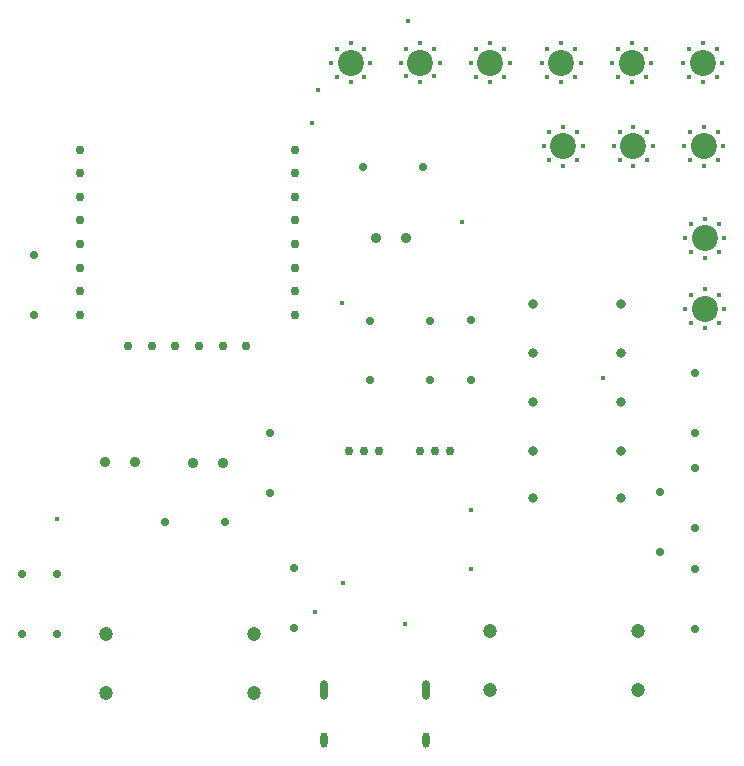
<source format=gbr>
%TF.GenerationSoftware,KiCad,Pcbnew,7.0.9*%
%TF.CreationDate,2024-01-07T00:29:16+01:00*%
%TF.ProjectId,esp32_programmer,65737033-325f-4707-926f-6772616d6d65,rev?*%
%TF.SameCoordinates,Original*%
%TF.FileFunction,Plated,1,2,PTH,Mixed*%
%TF.FilePolarity,Positive*%
%FSLAX46Y46*%
G04 Gerber Fmt 4.6, Leading zero omitted, Abs format (unit mm)*
G04 Created by KiCad (PCBNEW 7.0.9) date 2024-01-07 00:29:16*
%MOMM*%
%LPD*%
G01*
G04 APERTURE LIST*
%TA.AperFunction,ViaDrill*%
%ADD10C,0.400000*%
%TD*%
%TA.AperFunction,ComponentDrill*%
%ADD11C,0.400000*%
%TD*%
G04 aperture for slot hole*
%TA.AperFunction,ComponentDrill*%
%ADD12O,0.600000X1.700000*%
%TD*%
G04 aperture for slot hole*
%TA.AperFunction,ComponentDrill*%
%ADD13O,0.600000X1.300000*%
%TD*%
%TA.AperFunction,ComponentDrill*%
%ADD14C,0.700000*%
%TD*%
%TA.AperFunction,ComponentDrill*%
%ADD15C,0.750000*%
%TD*%
%TA.AperFunction,ComponentDrill*%
%ADD16C,0.762000*%
%TD*%
%TA.AperFunction,ComponentDrill*%
%ADD17C,0.800000*%
%TD*%
%TA.AperFunction,ComponentDrill*%
%ADD18C,0.900000*%
%TD*%
%TA.AperFunction,ComponentDrill*%
%ADD19C,1.200000*%
%TD*%
%TA.AperFunction,ComponentDrill*%
%ADD20C,2.200000*%
%TD*%
G04 APERTURE END LIST*
D10*
X94996000Y-126746000D03*
X116586000Y-93218000D03*
X116840000Y-134620000D03*
X117094000Y-90424000D03*
X119126000Y-108500000D03*
X119230658Y-132218518D03*
X124460000Y-135636000D03*
X124714000Y-84582000D03*
X129286000Y-101600000D03*
X130000000Y-126000000D03*
X130000000Y-131000000D03*
X141224000Y-114808000D03*
D11*
%TO.C,PIN2*%
X118183274Y-88166726D03*
X118666548Y-87000000D03*
X118666548Y-89333452D03*
X119833274Y-86516726D03*
X119833274Y-89816726D03*
X121000000Y-87000000D03*
X121000000Y-89333452D03*
X121483274Y-88166726D03*
%TO.C,PIN0*%
X124080000Y-88138000D03*
X124563274Y-86971274D03*
X124563274Y-89304726D03*
X125730000Y-86488000D03*
X125730000Y-89788000D03*
X126896726Y-86971274D03*
X126896726Y-89304726D03*
X127380000Y-88138000D03*
%TO.C,EN*%
X130000000Y-88166726D03*
X130483274Y-87000000D03*
X130483274Y-89333452D03*
X131650000Y-86516726D03*
X131650000Y-89816726D03*
X132816726Y-87000000D03*
X132816726Y-89333452D03*
X133300000Y-88166726D03*
%TO.C,BOOT*%
X136000000Y-88166726D03*
%TO.C,RX*%
X136183274Y-95216726D03*
%TO.C,BOOT*%
X136483274Y-87000000D03*
X136483274Y-89333452D03*
%TO.C,RX*%
X136666548Y-94050000D03*
X136666548Y-96383452D03*
%TO.C,BOOT*%
X137650000Y-86516726D03*
X137650000Y-89816726D03*
%TO.C,RX*%
X137833274Y-93566726D03*
X137833274Y-96866726D03*
%TO.C,BOOT*%
X138816726Y-87000000D03*
X138816726Y-89333452D03*
%TO.C,RX*%
X139000000Y-94050000D03*
X139000000Y-96383452D03*
%TO.C,BOOT*%
X139300000Y-88166726D03*
%TO.C,RX*%
X139483274Y-95216726D03*
%TO.C,PIN15*%
X142000000Y-88166726D03*
%TO.C,TX*%
X142133274Y-95216726D03*
%TO.C,PIN15*%
X142483274Y-87000000D03*
X142483274Y-89333452D03*
%TO.C,TX*%
X142616548Y-94050000D03*
X142616548Y-96383452D03*
%TO.C,PIN15*%
X143650000Y-86516726D03*
X143650000Y-89816726D03*
%TO.C,TX*%
X143783274Y-93566726D03*
X143783274Y-96866726D03*
%TO.C,PIN15*%
X144816726Y-87000000D03*
X144816726Y-89333452D03*
%TO.C,TX*%
X144950000Y-94050000D03*
X144950000Y-96383452D03*
%TO.C,PIN15*%
X145300000Y-88166726D03*
%TO.C,TX*%
X145433274Y-95216726D03*
%TO.C,PIN16*%
X148000000Y-88166726D03*
%TO.C,nRST*%
X148083274Y-95216726D03*
%TO.C,+5V*%
X148183274Y-103000000D03*
%TO.C,GND*%
X148183274Y-109000000D03*
%TO.C,PIN16*%
X148483274Y-87000000D03*
X148483274Y-89333452D03*
%TO.C,nRST*%
X148566548Y-94050000D03*
X148566548Y-96383452D03*
%TO.C,+5V*%
X148666548Y-101833274D03*
X148666548Y-104166726D03*
%TO.C,GND*%
X148666548Y-107833274D03*
X148666548Y-110166726D03*
%TO.C,PIN16*%
X149650000Y-86516726D03*
X149650000Y-89816726D03*
%TO.C,nRST*%
X149733274Y-93566726D03*
X149733274Y-96866726D03*
%TO.C,+5V*%
X149833274Y-101350000D03*
X149833274Y-104650000D03*
%TO.C,GND*%
X149833274Y-107350000D03*
X149833274Y-110650000D03*
%TO.C,PIN16*%
X150816726Y-87000000D03*
X150816726Y-89333452D03*
%TO.C,nRST*%
X150900000Y-94050000D03*
X150900000Y-96383452D03*
%TO.C,+5V*%
X151000000Y-101833274D03*
X151000000Y-104166726D03*
%TO.C,GND*%
X151000000Y-107833274D03*
X151000000Y-110166726D03*
%TO.C,PIN16*%
X151300000Y-88166726D03*
%TO.C,nRST*%
X151383274Y-95216726D03*
%TO.C,+5V*%
X151483274Y-103000000D03*
%TO.C,GND*%
X151483274Y-109000000D03*
D12*
%TO.C,P1*%
X117595000Y-141300000D03*
D13*
X117595000Y-145500000D03*
D12*
X126245000Y-141300000D03*
D13*
X126245000Y-145500000D03*
D14*
%TO.C,R6*%
X92000000Y-131460000D03*
X92000000Y-136540000D03*
%TO.C,R12*%
X93000000Y-104460000D03*
X93000000Y-109540000D03*
%TO.C,R5*%
X95000000Y-131460000D03*
X95000000Y-136540000D03*
%TO.C,R14*%
X104140000Y-127000000D03*
X109220000Y-127000000D03*
%TO.C,R9*%
X113000000Y-119460000D03*
X113000000Y-124540000D03*
%TO.C,R1*%
X115025581Y-130911470D03*
X115025581Y-135991470D03*
%TO.C,R7*%
X120920000Y-97000000D03*
%TO.C,R2*%
X121460000Y-110000000D03*
%TO.C,R3*%
X121460000Y-115000000D03*
%TO.C,R7*%
X126000000Y-97000000D03*
%TO.C,R2*%
X126540000Y-110000000D03*
%TO.C,R3*%
X126540000Y-115000000D03*
%TO.C,R4*%
X130000000Y-109920000D03*
X130000000Y-115000000D03*
%TO.C,R13*%
X146000000Y-124460000D03*
X146000000Y-129540000D03*
%TO.C,R11*%
X149000000Y-114460000D03*
X149000000Y-119540000D03*
%TO.C,R10*%
X149000000Y-122460000D03*
X149000000Y-127540000D03*
%TO.C,R8*%
X149000000Y-131000000D03*
X149000000Y-136080000D03*
D15*
%TO.C,Q1*%
X119730000Y-121000000D03*
X121000000Y-121000000D03*
X122270000Y-121000000D03*
%TO.C,Q2*%
X125730000Y-121000000D03*
X127000000Y-121000000D03*
X128270000Y-121000000D03*
D16*
%TO.C,U2*%
X96900000Y-95500000D03*
X96900000Y-97500000D03*
X96900000Y-99500000D03*
X96900000Y-101500000D03*
X96900000Y-103500000D03*
X96900000Y-105500000D03*
X96900000Y-107500000D03*
X96900000Y-109500000D03*
X101000000Y-112100000D03*
X103000000Y-112100000D03*
X105000000Y-112100000D03*
X107000000Y-112100000D03*
X109000000Y-112100000D03*
X111000000Y-112100000D03*
X115100000Y-95500000D03*
X115100000Y-97500000D03*
X115100000Y-99500000D03*
X115100000Y-101500000D03*
X115100000Y-103500000D03*
X115100000Y-105500000D03*
X115100000Y-107500000D03*
X115100000Y-109500000D03*
D17*
%TO.C,C1*%
X135250000Y-108550000D03*
%TO.C,C2*%
X135250000Y-112700000D03*
%TO.C,C3*%
X135250000Y-116850000D03*
%TO.C,C4*%
X135250000Y-121000000D03*
%TO.C,C5*%
X135250000Y-125000000D03*
%TO.C,C1*%
X142750000Y-108550000D03*
%TO.C,C2*%
X142750000Y-112700000D03*
%TO.C,C3*%
X142750000Y-116850000D03*
%TO.C,C4*%
X142750000Y-121000000D03*
%TO.C,C5*%
X142750000Y-125000000D03*
D18*
%TO.C,D3*%
X99060000Y-121920000D03*
X101600000Y-121920000D03*
%TO.C,D2*%
X106460000Y-122000000D03*
X109000000Y-122000000D03*
%TO.C,D1*%
X122000000Y-103000000D03*
X124540000Y-103000000D03*
D19*
%TO.C,SW1*%
X99122018Y-136489551D03*
X99122018Y-141489551D03*
X111622018Y-136489551D03*
X111622018Y-141489551D03*
%TO.C,SW2*%
X131652143Y-136270872D03*
X131652143Y-141270872D03*
X144152143Y-136270872D03*
X144152143Y-141270872D03*
D20*
%TO.C,PIN2*%
X119833274Y-88166726D03*
%TO.C,PIN0*%
X125730000Y-88138000D03*
%TO.C,EN*%
X131650000Y-88166726D03*
%TO.C,BOOT*%
X137650000Y-88166726D03*
%TO.C,RX*%
X137833274Y-95216726D03*
%TO.C,PIN15*%
X143650000Y-88166726D03*
%TO.C,TX*%
X143783274Y-95216726D03*
%TO.C,PIN16*%
X149650000Y-88166726D03*
%TO.C,nRST*%
X149733274Y-95216726D03*
%TO.C,+5V*%
X149833274Y-103000000D03*
%TO.C,GND*%
X149833274Y-109000000D03*
M02*

</source>
